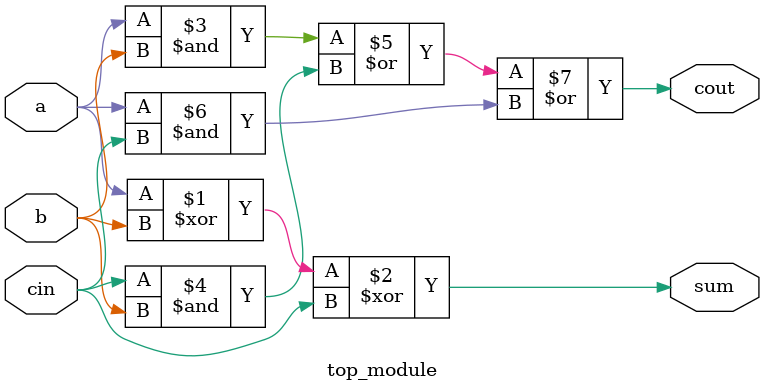
<source format=v>
module top_module( 
    input a, b, cin,
    output cout, sum );
assign sum=a^b^cin;
    assign cout=(a&b)|(cin&b)|(a&cin) ;
endmodule

</source>
